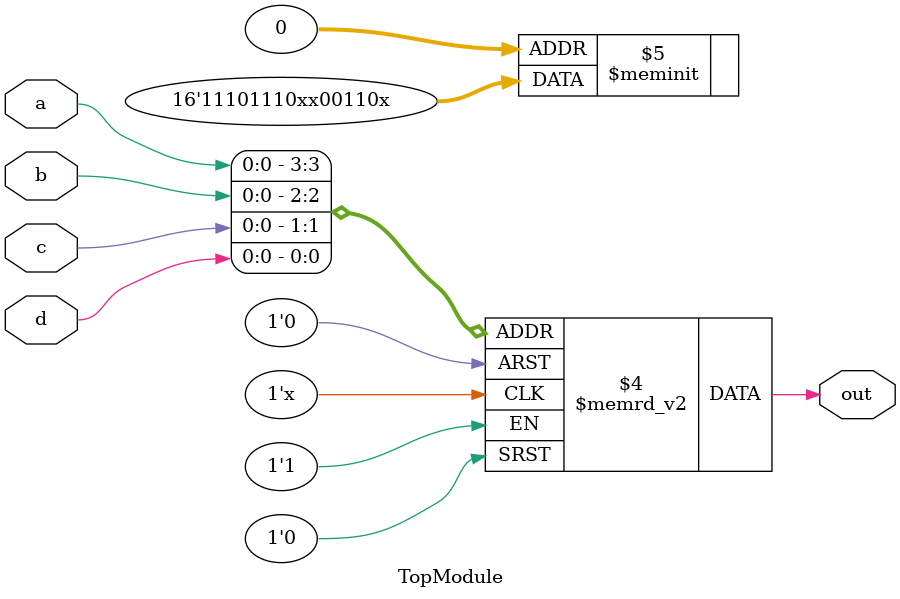
<source format=sv>
module TopModule (
    input logic a,
    input logic b,
    input logic c,
    input logic d,
    output logic out
);
    always @(*) begin
        case ({a, b, c, d})
            4'b0000: out = 1'bx; // d (don't care)
            4'b0001: out = 1'b0; // 0
            4'b0010: out = 1'b1; // 1
            4'b0011: out = 1'b1; // 1
            4'b0100: out = 1'b0; // 0
            4'b0101: out = 1'b0; // 0
            4'b0110: out = 1'bx; // d (don't care)
            4'b0111: out = 1'bx; // d (don't care)
            4'b1000: out = 1'b0; // 0
            4'b1001: out = 1'b1; // 1
            4'b1010: out = 1'b1; // 1
            4'b1011: out = 1'b1; // 1
            4'b1100: out = 1'b0; // 0
            4'b1101: out = 1'b1; // 1
            4'b1110: out = 1'b1; // 1
            4'b1111: out = 1'b1; // 1
            default: out = 1'bx; // default case (don't care)
        endcase
    end
endmodule
</source>
